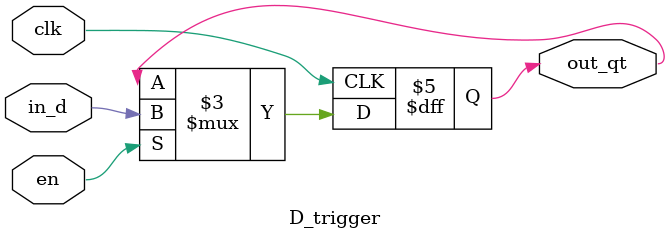
<source format=v>
module D_trigger(in_d,clk,en,out_qt);
	input en,clk,in_d;
	output reg out_qt;
	
	always @ (posedge clk)
		if(en) out_qt <= in_d;
		else out_qt <= out_qt;
endmodule

</source>
